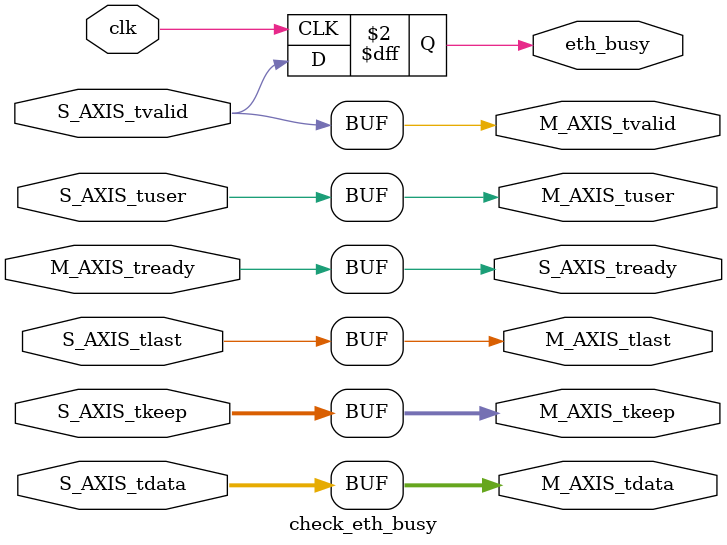
<source format=v>

`timescale 1ns / 1ps

module check_eth_busy(
  output reg eth_busy,
  (* X_INTERFACE_INFO = "xilinx.com:signal:clock:1.0 clk CLK" *)
  (* X_INTERFACE_PARAMETER = "ASSOCIATED_BUSIF S_AXIS:M_AXIS" *)
  input clk,
  
  (* X_INTERFACE_PARAMETER = "HAS_TLAST 1,HAS_TKEEP 1,HAS_TREADY 1,TUSER_WIDTH 1,TDATA_NUM_BYTES 64" *)
  (* X_INTERFACE_INFO = "xilinx.com:interface:axis:1.0 S_AXIS TDATA" *)
  input [511:0] S_AXIS_tdata, // Transfer Data (optional)
  (* X_INTERFACE_INFO = "xilinx.com:interface:axis:1.0 S_AXIS TKEEP" *)
  input [63:0] S_AXIS_tkeep, // Transfer Null Byte Indicators (optional)
  (* X_INTERFACE_INFO = "xilinx.com:interface:axis:1.0 S_AXIS TLAST" *)
  input S_AXIS_tlast, // Packet Boundary Indicator (optional)
  (* X_INTERFACE_INFO = "xilinx.com:interface:axis:1.0 S_AXIS TUSER" *)
  input S_AXIS_tuser, // Transfer user sideband (optional)
  (* X_INTERFACE_INFO = "xilinx.com:interface:axis:1.0 S_AXIS TVALID" *)
  input S_AXIS_tvalid, // Transfer valid (required)
  (* X_INTERFACE_INFO = "xilinx.com:interface:axis:1.0 S_AXIS TREADY" *)
  output S_AXIS_tready, // Transfer ready (optional)
  
  (* X_INTERFACE_PARAMETER = "HAS_TLAST 1,HAS_TKEEP 1,HAS_TREADY 1,TUSER_WIDTH 1,TDATA_NUM_BYTES 64" *)
  (* X_INTERFACE_INFO = "xilinx.com:interface:axis:1.0 M_AXIS TDATA" *)
  output [511:0] M_AXIS_tdata, // Transfer Data (optional)
  (* X_INTERFACE_INFO = "xilinx.com:interface:axis:1.0 M_AXIS TKEEP" *)
  output [63:0] M_AXIS_tkeep, // Transfer Null Byte Indicators (optional)
  (* X_INTERFACE_INFO = "xilinx.com:interface:axis:1.0 M_AXIS TLAST" *)
  output M_AXIS_tlast, // Packet Boundary Indicator (optional)
  (* X_INTERFACE_INFO = "xilinx.com:interface:axis:1.0 M_AXIS TUSER" *)
  output M_AXIS_tuser, // Transfer user sideband (optional)
  (* X_INTERFACE_INFO = "xilinx.com:interface:axis:1.0 M_AXIS TVALID" *)
  output M_AXIS_tvalid, // Transfer valid (required)
  (* X_INTERFACE_INFO = "xilinx.com:interface:axis:1.0 M_AXIS TREADY" *)
  input M_AXIS_tready // Transfer ready (optional)
    );
  always @(posedge clk)
    eth_busy <= S_AXIS_tvalid;
  assign M_AXIS_tdata = S_AXIS_tdata;
  assign M_AXIS_tkeep = S_AXIS_tkeep;
  assign M_AXIS_tlast = S_AXIS_tlast;
  assign M_AXIS_tuser = S_AXIS_tuser;
  assign M_AXIS_tvalid = S_AXIS_tvalid;
  assign S_AXIS_tready = M_AXIS_tready;
endmodule

</source>
